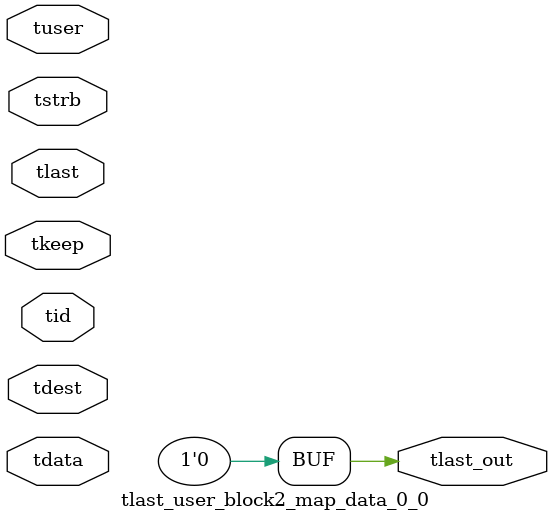
<source format=v>


`timescale 1ps/1ps

module tlast_user_block2_map_data_0_0 #
(
parameter C_S_AXIS_TID_WIDTH   = 1,
parameter C_S_AXIS_TUSER_WIDTH = 0,
parameter C_S_AXIS_TDATA_WIDTH = 0,
parameter C_S_AXIS_TDEST_WIDTH = 0
)
(
input  [(C_S_AXIS_TID_WIDTH   == 0 ? 1 : C_S_AXIS_TID_WIDTH)-1:0       ] tid,
input  [(C_S_AXIS_TDATA_WIDTH == 0 ? 1 : C_S_AXIS_TDATA_WIDTH)-1:0     ] tdata,
input  [(C_S_AXIS_TUSER_WIDTH == 0 ? 1 : C_S_AXIS_TUSER_WIDTH)-1:0     ] tuser,
input  [(C_S_AXIS_TDEST_WIDTH == 0 ? 1 : C_S_AXIS_TDEST_WIDTH)-1:0     ] tdest,
input  [(C_S_AXIS_TDATA_WIDTH/8)-1:0 ] tkeep,
input  [(C_S_AXIS_TDATA_WIDTH/8)-1:0 ] tstrb,
input  [0:0]                                                             tlast,
output                                                                   tlast_out
);

assign tlast_out = {1'b0};

endmodule


</source>
